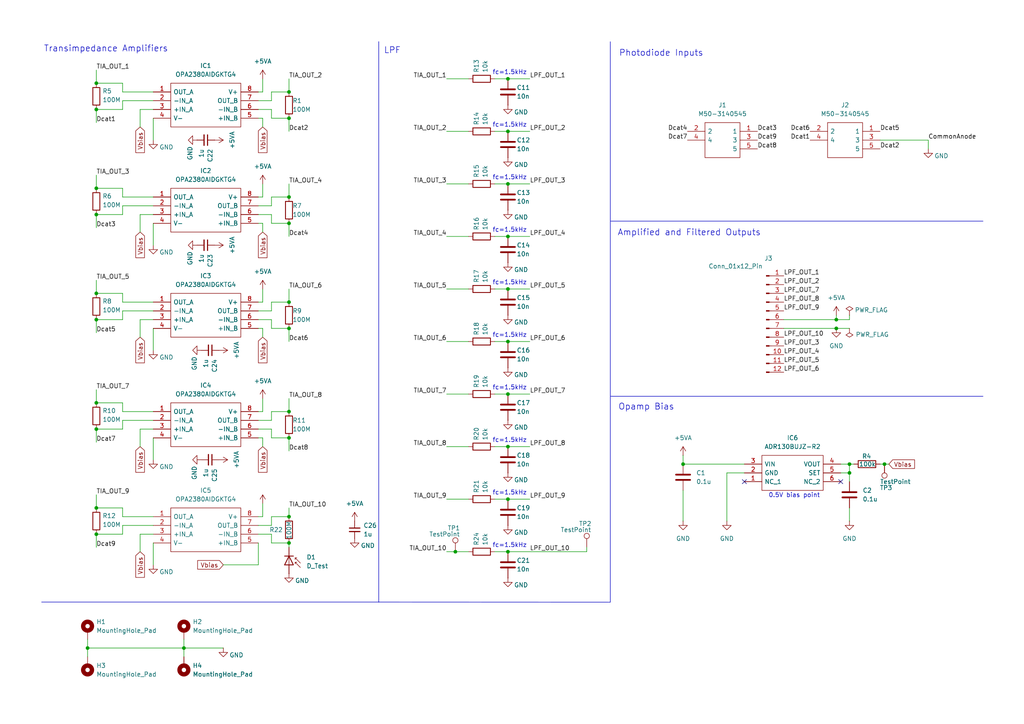
<source format=kicad_sch>
(kicad_sch (version 20231120) (generator "eeschema") (generator_version "8.0")
  (paper "A4")
  (lib_symbols
    (symbol "ADR130BUJZ-R2:ADR130BUJZ-R2" (pin_names (offset 0.762))
      (property "Reference" "IC" (at 24.13 7.62 0))
      (property "Value" "ADR130BUJZ-R2" (at 24.13 5.08 0))
      (symbol "ADR130BUJZ-R2_0_0"
        (pin passive line (at 0 0 0) (length 5.08) (name "NC_1") (number "1"))
        (pin passive line (at 0 -2.54 0) (length 5.08) (name "GND") (number "2"))
        (pin passive line (at 0 -5.08 0) (length 5.08) (name "VIN") (number "3"))
        (pin passive line (at 27.94 -5.08 180) (length 5.08) (name "VOUT") (number "4"))
        (pin passive line (at 27.94 -2.54 180) (length 5.08) (name "SET") (number "5"))
        (pin passive line (at 27.94 0 180) (length 5.08) (name "NC_2") (number "6"))
      )
    )
    (symbol "Connector:Conn_01x12_Pin" (pin_names (offset 1.016) hide)
      (property "Reference" "J" (at 0 15.24 0))
      (property "Value" "Conn_01x12_Pin" (at 0 -17.78 0))
      (symbol "Conn_01x12_Pin_1_1"
        (pin passive line (at 5.08 12.7 180) (length 3.81) (name "Pin_1") (number "1"))
        (pin passive line (at 5.08 -10.16 180) (length 3.81) (name "Pin_10") (number "10"))
        (pin passive line (at 5.08 -12.7 180) (length 3.81) (name "Pin_11") (number "11"))
        (pin passive line (at 5.08 -15.24 180) (length 3.81) (name "Pin_12") (number "12"))
        (pin passive line (at 5.08 10.16 180) (length 3.81) (name "Pin_2") (number "2"))
        (pin passive line (at 5.08 7.62 180) (length 3.81) (name "Pin_3") (number "3"))
        (pin passive line (at 5.08 5.08 180) (length 3.81) (name "Pin_4") (number "4"))
        (pin passive line (at 5.08 2.54 180) (length 3.81) (name "Pin_5") (number "5"))
        (pin passive line (at 5.08 0 180) (length 3.81) (name "Pin_6") (number "6"))
        (pin passive line (at 5.08 -2.54 180) (length 3.81) (name "Pin_7") (number "7"))
        (pin passive line (at 5.08 -5.08 180) (length 3.81) (name "Pin_8") (number "8"))
        (pin passive line (at 5.08 -7.62 180) (length 3.81) (name "Pin_9") (number "9"))
      )
    )
    (symbol "Connector:TestPoint" (pin_numbers hide) (pin_names (offset 0.762) hide)
      (property "Reference" "TP" (at 0 6.858 0))
      (property "Value" "TestPoint" (at 0 5.08 0))
      (symbol "TestPoint_1_1"
        (pin passive line (at 0 0 90) (length 2.54) (name "1") (number "1"))
      )
    )
    (symbol "Device:C" (pin_numbers hide) (pin_names (offset 0.254))
      (property "Reference" "C" (at 0.635 2.54 0))
      (property "Value" "C" (at 0.635 -2.54 0))
      (symbol "C_1_1"
        (pin passive line (at 0 3.81 270) (length 2.794) (name "~") (number "1"))
        (pin passive line (at 0 -3.81 90) (length 2.794) (name "~") (number "2"))
      )
    )
    (symbol "Device:C_Small" (pin_numbers hide) (pin_names (offset 0.254) hide)
      (property "Reference" "C" (at 0.254 1.778 0))
      (property "Value" "C_Small" (at 0.254 -2.032 0))
      (symbol "C_Small_1_1"
        (pin passive line (at 0 2.54 270) (length 2.032) (name "~") (number "1"))
        (pin passive line (at 0 -2.54 90) (length 2.032) (name "~") (number "2"))
      )
    )
    (symbol "Device:D_Photo" (pin_numbers hide) (pin_names hide)
      (property "Reference" "D" (at 0.508 1.778 0))
      (property "Value" "D_Photo" (at -1.016 -2.794 0))
      (symbol "D_Photo_1_1"
        (pin passive line (at -5.08 0 0) (length 2.54) (name "K") (number "1"))
        (pin passive line (at 2.54 0 180) (length 2.54) (name "A") (number "2"))
      )
    )
    (symbol "Device:R" (pin_numbers hide) (pin_names (offset 0))
      (property "Reference" "R" (at 2.032 0 90))
      (property "Value" "R" (at 0 0 90))
      (symbol "R_1_1"
        (pin passive line (at 0 3.81 270) (length 1.27) (name "~") (number "1"))
        (pin passive line (at 0 -3.81 90) (length 1.27) (name "~") (number "2"))
      )
    )
    (symbol "M50-3140545:M50-3140545" (pin_names (offset 0.762))
      (property "Reference" "J" (at 16.51 7.62 0))
      (property "Value" "M50-3140545" (at 16.51 5.08 0))
      (symbol "M50-3140545_0_0"
        (pin passive line (at 20.32 0 180) (length 5.08) (name "1") (number "1"))
        (pin passive line (at 0 0 0) (length 5.08) (name "2") (number "2"))
        (pin passive line (at 20.32 -2.54 180) (length 5.08) (name "3") (number "3"))
        (pin passive line (at 0 -2.54 0) (length 5.08) (name "4") (number "4"))
        (pin passive line (at 20.32 -5.08 180) (length 5.08) (name "5") (number "5"))
      )
    )
    (symbol "Mechanical:MountingHole_Pad" (pin_numbers hide) (pin_names (offset 1.016) hide) (exclude_from_sim yes) (in_bom no)
      (property "Reference" "H" (at 0 6.35 0))
      (property "Value" "MountingHole_Pad" (at 0 4.445 0))
      (symbol "MountingHole_Pad_1_1"
        (pin input line (at 0 -2.54 90) (length 2.54) (name "1") (number "1"))
      )
    )
    (symbol "OPA2380AIDGKTG4:OPA2380AIDGKTG4" (pin_names (offset 0.762))
      (property "Reference" "IC" (at 26.67 7.62 0))
      (property "Value" "OPA2380AIDGKTG4" (at 26.67 5.08 0))
      (symbol "OPA2380AIDGKTG4_0_0"
        (pin passive line (at 0 0 0) (length 5.08) (name "OUT_A") (number "1"))
        (pin passive line (at 0 -2.54 0) (length 5.08) (name "-IN_A") (number "2"))
        (pin passive line (at 0 -5.08 0) (length 5.08) (name "+IN_A") (number "3"))
        (pin passive line (at 0 -7.62 0) (length 5.08) (name "V-") (number "4"))
        (pin passive line (at 30.48 -7.62 180) (length 5.08) (name "+IN_B") (number "5"))
        (pin passive line (at 30.48 -5.08 180) (length 5.08) (name "-IN_B") (number "6"))
        (pin passive line (at 30.48 -2.54 180) (length 5.08) (name "OUT_B") (number "7"))
        (pin passive line (at 30.48 0 180) (length 5.08) (name "V+") (number "8"))
      )
    )
    (symbol "power:+5VA" (power) (pin_numbers hide) (pin_names (offset 0) hide)
      (property "Value" "+5VA" (at 0 3.556 0))
      (symbol "+5VA_1_1"
        (pin power_in line (at 0 0 90) (length 0) (name "~") (number "1"))
      )
    )
    (symbol "power:GND" (power) (pin_numbers hide) (pin_names (offset 0) hide)
      (property "Value" "GND" (at 0 -3.81 0))
      (symbol "GND_1_1"
        (pin power_in line (at 0 0 270) (length 0) (name "~") (number "1"))
      )
    )
    (symbol "power:PWR_FLAG" (power) (pin_numbers hide) (pin_names (offset 0) hide)
      (property "Value" "PWR_FLAG" (at 0 3.81 0))
      (symbol "PWR_FLAG_0_0"
        (pin power_out line (at 0 0 90) (length 0) (name "~") (number "1"))
      )
    )
  )
  (junction (at 53.34 187.96))
  (junction (at 83.82 57.15))
  (junction (at 198.12 134.62))
  (junction (at 27.94 24.13))
  (junction (at 83.82 119.38))
  (junction (at 27.94 147.32))
  (junction (at 27.94 54.61))
  (junction (at 25.4 187.96))
  (junction (at 27.94 31.75))
  (junction (at 147.32 38.1))
  (junction (at 83.82 127))
  (junction (at 242.57 95.25))
  (junction (at 147.32 83.82))
  (junction (at 27.94 116.84))
  (junction (at 147.32 99.06))
  (junction (at 83.82 149.86))
  (junction (at 27.94 85.09))
  (junction (at 147.32 144.78))
  (junction (at 83.82 64.77))
  (junction (at 246.38 134.62))
  (junction (at 147.32 160.02))
  (junction (at 147.32 22.86))
  (junction (at 27.94 124.46))
  (junction (at 83.82 157.48))
  (junction (at 27.94 154.94))
  (junction (at 83.82 95.25))
  (junction (at 147.32 114.3))
  (junction (at 147.32 53.34))
  (junction (at 27.94 92.71))
  (junction (at 147.32 68.58))
  (junction (at 147.32 129.54))
  (junction (at 256.54 134.62))
  (junction (at 132.08 160.02))
  (junction (at 242.57 92.71))
  (junction (at 83.82 87.63))
  (junction (at 246.38 137.16))
  (junction (at 83.82 26.67))
  (junction (at 83.82 34.29))
  (junction (at 27.94 62.23))
  (no_connect (at 215.9 139.7))
  (no_connect (at 243.84 139.7))
  (wire (pts (xy 78.74 34.29) (xy 83.82 34.29)))
  (wire (pts (xy 35.56 119.38) (xy 35.56 116.84)))
  (wire (pts (xy 76.2 57.15) (xy 74.93 57.15)))
  (wire (pts (xy 44.45 31.75) (xy 40.64 31.75)))
  (wire (pts (xy 129.54 38.1) (xy 135.89 38.1)))
  (wire (pts (xy 27.94 62.23) (xy 27.94 66.04)))
  (wire (pts (xy 44.45 92.71) (xy 40.64 92.71)))
  (wire (pts (xy 76.2 149.86) (xy 74.93 149.86)))
  (wire (pts (xy 83.82 157.48) (xy 83.82 158.75)))
  (wire (pts (xy 44.45 57.15) (xy 35.56 57.15)))
  (wire (pts (xy 44.45 119.38) (xy 35.56 119.38)))
  (wire (pts (xy 256.54 134.62) (xy 257.81 134.62)))
  (wire (pts (xy 64.77 187.96) (xy 53.34 187.96)))
  (polyline (pts (xy 177.011 12.0976) (xy 177.011 174.6576)))
  (polyline (pts (xy 177.165 64.135) (xy 285.115 64.135)))
  (wire (pts (xy 147.32 160.02) (xy 170.18 160.02)))
  (wire (pts (xy 53.34 187.96) (xy 25.4 187.96)))
  (wire (pts (xy 44.45 127) (xy 44.45 133.35)))
  (wire (pts (xy 83.82 22.86) (xy 83.82 26.67)))
  (polyline (pts (xy 109.855 12.065) (xy 109.855 174.625)))
  (wire (pts (xy 35.56 54.61) (xy 27.94 54.61)))
  (wire (pts (xy 74.93 90.17) (xy 78.74 90.17)))
  (wire (pts (xy 147.32 83.82) (xy 153.67 83.82)))
  (wire (pts (xy 53.34 187.96) (xy 53.34 190.5)))
  (wire (pts (xy 35.56 152.4) (xy 35.56 154.94)))
  (wire (pts (xy 44.45 152.4) (xy 35.56 152.4)))
  (wire (pts (xy 35.56 147.32) (xy 27.94 147.32)))
  (wire (pts (xy 35.56 90.17) (xy 35.56 92.71)))
  (wire (pts (xy 35.56 62.23) (xy 27.94 62.23)))
  (wire (pts (xy 147.32 22.86) (xy 153.67 22.86)))
  (wire (pts (xy 147.32 144.78) (xy 153.67 144.78)))
  (wire (pts (xy 76.2 97.79) (xy 76.2 95.25)))
  (wire (pts (xy 40.64 62.23) (xy 40.64 67.31)))
  (wire (pts (xy 129.54 22.86) (xy 135.89 22.86)))
  (wire (pts (xy 143.51 83.82) (xy 147.32 83.82)))
  (wire (pts (xy 76.2 53.34) (xy 76.2 57.15)))
  (wire (pts (xy 170.18 158.75) (xy 170.18 160.02)))
  (wire (pts (xy 74.93 59.69) (xy 78.74 59.69)))
  (wire (pts (xy 76.2 67.31) (xy 76.2 64.77)))
  (wire (pts (xy 143.51 144.78) (xy 147.32 144.78)))
  (wire (pts (xy 27.94 20.32) (xy 27.94 24.13)))
  (wire (pts (xy 78.74 121.92) (xy 78.74 119.38)))
  (wire (pts (xy 35.56 24.13) (xy 27.94 24.13)))
  (wire (pts (xy 64.77 163.83) (xy 74.93 163.83)))
  (wire (pts (xy 129.54 114.3) (xy 135.89 114.3)))
  (wire (pts (xy 44.45 87.63) (xy 35.56 87.63)))
  (wire (pts (xy 35.56 116.84) (xy 27.94 116.84)))
  (wire (pts (xy 78.74 119.38) (xy 83.82 119.38)))
  (wire (pts (xy 27.94 31.75) (xy 27.94 35.56)))
  (wire (pts (xy 198.12 142.24) (xy 198.12 151.13)))
  (wire (pts (xy 255.27 40.64) (xy 269.24 40.64)))
  (wire (pts (xy 27.94 92.71) (xy 27.94 96.52)))
  (wire (pts (xy 35.56 85.09) (xy 27.94 85.09)))
  (wire (pts (xy 35.56 124.46) (xy 27.94 124.46)))
  (wire (pts (xy 78.74 57.15) (xy 83.82 57.15)))
  (wire (pts (xy 147.32 129.54) (xy 153.67 129.54)))
  (wire (pts (xy 129.54 99.06) (xy 135.89 99.06)))
  (wire (pts (xy 44.45 26.67) (xy 35.56 26.67)))
  (wire (pts (xy 76.2 87.63) (xy 74.93 87.63)))
  (wire (pts (xy 215.9 137.16) (xy 210.82 137.16)))
  (wire (pts (xy 246.38 137.16) (xy 246.38 139.7)))
  (wire (pts (xy 35.56 26.67) (xy 35.56 24.13)))
  (wire (pts (xy 147.32 114.3) (xy 153.67 114.3)))
  (wire (pts (xy 246.38 147.32) (xy 246.38 151.13)))
  (wire (pts (xy 83.82 147.32) (xy 83.82 149.86)))
  (wire (pts (xy 198.12 134.62) (xy 215.9 134.62)))
  (wire (pts (xy 243.84 134.62) (xy 246.38 134.62)))
  (wire (pts (xy 35.56 154.94) (xy 27.94 154.94)))
  (wire (pts (xy 147.32 68.58) (xy 153.67 68.58)))
  (wire (pts (xy 227.33 95.25) (xy 242.57 95.25)))
  (wire (pts (xy 27.94 81.28) (xy 27.94 85.09)))
  (wire (pts (xy 35.56 149.86) (xy 35.56 147.32)))
  (wire (pts (xy 76.2 115.57) (xy 76.2 119.38)))
  (wire (pts (xy 147.32 38.1) (xy 153.67 38.1)))
  (polyline (pts (xy 177.165 114.935) (xy 285.115 114.935)))
  (wire (pts (xy 83.82 95.25) (xy 83.82 99.06)))
  (wire (pts (xy 227.33 92.71) (xy 242.57 92.71)))
  (wire (pts (xy 74.93 124.46) (xy 78.74 124.46)))
  (wire (pts (xy 44.45 34.29) (xy 44.45 40.64)))
  (polyline (pts (xy 109.855 174.625) (xy 177.011 174.6576)))
  (wire (pts (xy 74.93 121.92) (xy 78.74 121.92)))
  (wire (pts (xy 78.74 124.46) (xy 78.74 127)))
  (wire (pts (xy 78.74 29.21) (xy 78.74 26.67)))
  (wire (pts (xy 143.51 160.02) (xy 147.32 160.02)))
  (wire (pts (xy 40.64 154.94) (xy 40.64 160.02)))
  (wire (pts (xy 78.74 154.94) (xy 78.74 157.48)))
  (wire (pts (xy 83.82 34.29) (xy 83.82 38.1)))
  (wire (pts (xy 143.51 114.3) (xy 147.32 114.3)))
  (wire (pts (xy 242.57 95.25) (xy 246.38 95.25)))
  (wire (pts (xy 78.74 26.67) (xy 83.82 26.67)))
  (wire (pts (xy 35.56 31.75) (xy 27.94 31.75)))
  (wire (pts (xy 44.45 90.17) (xy 35.56 90.17)))
  (wire (pts (xy 44.45 154.94) (xy 40.64 154.94)))
  (wire (pts (xy 143.51 38.1) (xy 147.32 38.1)))
  (wire (pts (xy 243.84 137.16) (xy 246.38 137.16)))
  (wire (pts (xy 246.38 134.62) (xy 247.65 134.62)))
  (wire (pts (xy 83.82 127) (xy 83.82 130.81)))
  (wire (pts (xy 44.45 62.23) (xy 40.64 62.23)))
  (wire (pts (xy 44.45 95.25) (xy 44.45 101.6)))
  (wire (pts (xy 74.93 152.4) (xy 78.74 152.4)))
  (wire (pts (xy 74.93 95.25) (xy 76.2 95.25)))
  (wire (pts (xy 147.32 53.34) (xy 153.67 53.34)))
  (wire (pts (xy 78.74 62.23) (xy 78.74 64.77)))
  (wire (pts (xy 143.51 53.34) (xy 147.32 53.34)))
  (wire (pts (xy 74.93 154.94) (xy 78.74 154.94)))
  (wire (pts (xy 147.32 99.06) (xy 153.67 99.06)))
  (wire (pts (xy 210.82 137.16) (xy 210.82 151.13)))
  (wire (pts (xy 246.38 91.44) (xy 246.38 92.71)))
  (wire (pts (xy 78.74 64.77) (xy 83.82 64.77)))
  (wire (pts (xy 27.94 124.46) (xy 27.94 128.27)))
  (wire (pts (xy 44.45 149.86) (xy 35.56 149.86)))
  (wire (pts (xy 74.93 157.48) (xy 74.93 163.83)))
  (wire (pts (xy 76.2 36.83) (xy 76.2 34.29)))
  (wire (pts (xy 35.56 29.21) (xy 35.56 31.75)))
  (wire (pts (xy 78.74 31.75) (xy 78.74 34.29)))
  (wire (pts (xy 83.82 53.34) (xy 83.82 57.15)))
  (wire (pts (xy 25.4 187.96) (xy 25.4 190.5)))
  (wire (pts (xy 27.94 113.03) (xy 27.94 116.84)))
  (wire (pts (xy 27.94 143.51) (xy 27.94 147.32)))
  (wire (pts (xy 40.64 31.75) (xy 40.64 36.83)))
  (wire (pts (xy 242.57 92.71) (xy 242.57 91.44)))
  (wire (pts (xy 78.74 90.17) (xy 78.74 87.63)))
  (wire (pts (xy 83.82 64.77) (xy 83.82 68.58)))
  (wire (pts (xy 129.54 68.58) (xy 135.89 68.58)))
  (wire (pts (xy 143.51 68.58) (xy 147.32 68.58)))
  (wire (pts (xy 76.2 83.82) (xy 76.2 87.63)))
  (wire (pts (xy 255.27 134.62) (xy 256.54 134.62)))
  (wire (pts (xy 76.2 129.54) (xy 76.2 127)))
  (wire (pts (xy 143.51 129.54) (xy 147.32 129.54)))
  (wire (pts (xy 269.24 40.64) (xy 269.24 43.18)))
  (wire (pts (xy 76.2 26.67) (xy 74.93 26.67)))
  (wire (pts (xy 132.08 160.02) (xy 135.89 160.02)))
  (wire (pts (xy 40.64 124.46) (xy 40.64 129.54)))
  (wire (pts (xy 76.2 146.05) (xy 76.2 149.86)))
  (wire (pts (xy 78.74 87.63) (xy 83.82 87.63)))
  (wire (pts (xy 44.45 124.46) (xy 40.64 124.46)))
  (wire (pts (xy 74.93 127) (xy 76.2 127)))
  (wire (pts (xy 78.74 152.4) (xy 78.74 149.86)))
  (wire (pts (xy 143.51 22.86) (xy 147.32 22.86)))
  (wire (pts (xy 35.56 121.92) (xy 35.56 124.46)))
  (wire (pts (xy 78.74 95.25) (xy 83.82 95.25)))
  (wire (pts (xy 246.38 137.16) (xy 246.38 134.62)))
  (wire (pts (xy 78.74 127) (xy 83.82 127)))
  (wire (pts (xy 129.54 144.78) (xy 135.89 144.78)))
  (wire (pts (xy 27.94 50.8) (xy 27.94 54.61)))
  (wire (pts (xy 40.64 92.71) (xy 40.64 97.79)))
  (wire (pts (xy 198.12 132.08) (xy 198.12 134.62)))
  (wire (pts (xy 76.2 119.38) (xy 74.93 119.38)))
  (wire (pts (xy 74.93 62.23) (xy 78.74 62.23)))
  (wire (pts (xy 78.74 59.69) (xy 78.74 57.15)))
  (wire (pts (xy 129.54 129.54) (xy 135.89 129.54)))
  (wire (pts (xy 83.82 115.57) (xy 83.82 119.38)))
  (wire (pts (xy 76.2 22.86) (xy 76.2 26.67)))
  (wire (pts (xy 44.45 157.48) (xy 44.45 163.83)))
  (wire (pts (xy 35.56 57.15) (xy 35.56 54.61)))
  (wire (pts (xy 74.93 31.75) (xy 78.74 31.75)))
  (wire (pts (xy 74.93 92.71) (xy 78.74 92.71)))
  (wire (pts (xy 25.4 187.96) (xy 25.4 185.42)))
  (wire (pts (xy 143.51 99.06) (xy 147.32 99.06)))
  (wire (pts (xy 129.54 53.34) (xy 135.89 53.34)))
  (wire (pts (xy 44.45 64.77) (xy 44.45 71.12)))
  (wire (pts (xy 35.56 87.63) (xy 35.56 85.09)))
  (wire (pts (xy 129.54 160.02) (xy 132.08 160.02)))
  (wire (pts (xy 74.93 64.77) (xy 76.2 64.77)))
  (wire (pts (xy 44.45 121.92) (xy 35.56 121.92)))
  (wire (pts (xy 242.57 92.71) (xy 246.38 92.71)))
  (wire (pts (xy 35.56 59.69) (xy 35.56 62.23)))
  (wire (pts (xy 83.82 83.82) (xy 83.82 87.63)))
  (wire (pts (xy 44.45 29.21) (xy 35.56 29.21)))
  (wire (pts (xy 35.56 92.71) (xy 27.94 92.71)))
  (wire (pts (xy 74.93 34.29) (xy 76.2 34.29)))
  (wire (pts (xy 78.74 92.71) (xy 78.74 95.25)))
  (wire (pts (xy 44.45 59.69) (xy 35.56 59.69)))
  (wire (pts (xy 74.93 29.21) (xy 78.74 29.21)))
  (wire (pts (xy 53.34 185.42) (xy 53.34 187.96)))
  (wire (pts (xy 27.94 154.94) (xy 27.94 158.75)))
  (wire (pts (xy 78.74 149.86) (xy 83.82 149.86)))
  (wire (pts (xy 78.74 157.48) (xy 83.82 157.48)))
  (polyline (pts (xy 12.065 174.625) (xy 109.855 174.625)))
  (wire (pts (xy 129.54 83.82) (xy 135.89 83.82)))
  (text "LPF" (at 113.792 14.732 0) (effects (font (size 1.778 1.778))))
  (text "fc=1.5kHz" (at 147.828 112.522 0) (effects (font (size 1.27 1.27))))
  (text "fc=1.5kHz" (at 147.828 21.082 0) (effects (font (size 1.27 1.27))))
  (text "Amplified and Filtered Outputs" (at 199.898 67.564 0) (effects (font (size 1.778 1.778))))
  (text "fc=1.5kHz" (at 147.828 36.322 0) (effects (font (size 1.27 1.27))))
  (text "fc=1.5kHz" (at 147.828 82.042 0) (effects (font (size 1.27 1.27))))
  (text "fc=1.5kHz" (at 147.828 51.562 0) (effects (font (size 1.27 1.27))))
  (text "Transimpedance Amplifiers" (at 30.734 14.224 0) (effects (font (size 1.778 1.778))))
  (text "fc=1.5kHz" (at 147.828 66.802 0) (effects (font (size 1.27 1.27))))
  (text "fc=1.5kHz" (at 147.828 127.762 0) (effects (font (size 1.27 1.27))))
  (text "0.5V bias point" (at 230.378 143.764 0) (effects (font (size 1.27 1.27))))
  (text "Photodiode Inputs" (at 191.77 15.494 0) (effects (font (size 1.778 1.778))))
  (text "fc=1.5kHz" (at 147.828 143.002 0) (effects (font (size 1.27 1.27))))
  (text "fc=1.5kHz" (at 147.828 158.242 0) (effects (font (size 1.27 1.27))))
  (text "Opamp Bias" (at 187.452 118.11 0) (effects (font (size 1.778 1.778))))
  (text "fc=1.5kHz" (at 147.828 97.282 0) (effects (font (size 1.27 1.27))))
  (label "TIA_OUT_6" (at 129.54 99.06 180))
  (label "Dcat9" (at 219.71 40.64 0))
  (label "LPF_OUT_9" (at 227.33 90.17 0))
  (label "TIA_OUT_8" (at 83.82 115.57 0))
  (label "TIA_OUT_3" (at 129.54 53.34 180))
  (label "LPF_OUT_8" (at 153.67 129.54 0))
  (label "TIA_OUT_4" (at 129.54 68.58 180))
  (label "LPF_OUT_5" (at 153.67 83.82 0))
  (label "LPF_OUT_6" (at 153.67 99.06 0))
  (label "TIA_OUT_9" (at 129.54 144.78 180))
  (label "Dcat2" (at 255.27 43.18 0))
  (label "Dcat1" (at 27.94 35.56 0))
  (label "TIA_OUT_6" (at 83.82 83.82 0))
  (label "Dcat7" (at 27.94 128.27 0))
  (label "Dcat3" (at 27.94 66.04 0))
  (label "Dcat5" (at 255.27 38.1 0))
  (label "LPF_OUT_3" (at 227.33 100.33 0))
  (label "TIA_OUT_5" (at 27.94 81.28 0))
  (label "Dcat6" (at 234.95 38.1 180))
  (label "Dcat6" (at 83.82 99.06 0))
  (label "TIA_OUT_5" (at 129.54 83.82 180))
  (label "Dcat3" (at 219.71 38.1 0))
  (label "TIA_OUT_1" (at 129.54 22.86 180))
  (label "Dcat9" (at 27.94 158.75 0))
  (label "TIA_OUT_8" (at 129.54 129.54 180))
  (label "LPF_OUT_4" (at 153.67 68.58 0))
  (label "Dcat8" (at 83.82 130.81 0))
  (label "TIA_OUT_4" (at 83.82 53.34 0))
  (label "Dcat4" (at 83.82 68.58 0))
  (label "LPF_OUT_1" (at 153.67 22.86 0))
  (label "Dcat5" (at 27.94 96.52 0))
  (label "TIA_OUT_9" (at 27.94 143.51 0))
  (label "LPF_OUT_10" (at 227.33 97.79 0))
  (label "LPF_OUT_3" (at 153.67 53.34 0))
  (label "Dcat1" (at 234.95 40.64 180))
  (label "Dcat7" (at 199.39 40.64 180))
  (label "LPF_OUT_2" (at 227.33 82.55 0))
  (label "Dcat8" (at 219.71 43.18 0))
  (label "LPF_OUT_8" (at 227.33 87.63 0))
  (label "LPF_OUT_6" (at 227.33 107.95 0))
  (label "LPF_OUT_9" (at 153.67 144.78 0))
  (label "LPF_OUT_10" (at 153.67 160.02 0))
  (label "TIA_OUT_3" (at 27.94 50.8 0))
  (label "LPF_OUT_7" (at 153.67 114.3 0))
  (label "LPF_OUT_1" (at 227.33 80.01 0))
  (label "LPF_OUT_4" (at 227.33 102.87 0))
  (label "TIA_OUT_1" (at 27.94 20.32 0))
  (label "TIA_OUT_10" (at 83.82 147.32 0))
  (label "Dcat4" (at 199.39 38.1 180))
  (label "TIA_OUT_7" (at 129.54 114.3 180))
  (label "TIA_OUT_7" (at 27.94 113.03 0))
  (label "LPF_OUT_7" (at 227.33 85.09 0))
  (label "CommonAnode" (at 269.24 40.64 0))
  (label "TIA_OUT_2" (at 83.82 22.86 0))
  (label "TIA_OUT_10" (at 129.54 160.02 180))
  (label "TIA_OUT_2" (at 129.54 38.1 180))
  (label "LPF_OUT_5" (at 227.33 105.41 0))
  (label "Dcat2" (at 83.82 38.1 0))
  (label "LPF_OUT_2" (at 153.67 38.1 0))
  (global_label "Vbias" (shape input) (at 40.64 67.31 270) (property "Intersheetrefs" "${INTERSHEET_REFS}" (effects (hide yes))))
  (global_label "Vbias" (shape input) (at 257.81 134.62 0) (property "Intersheetrefs" "${INTERSHEET_REFS}" (effects (hide yes))))
  (global_label "Vbias" (shape input) (at 76.2 129.54 270) (property "Intersheetrefs" "${INTERSHEET_REFS}" (effects (hide yes))))
  (global_label "Vbias" (shape input) (at 40.64 129.54 270) (property "Intersheetrefs" "${INTERSHEET_REFS}" (effects (hide yes))))
  (global_label "Vbias" (shape input) (at 76.2 36.83 270) (property "Intersheetrefs" "${INTERSHEET_REFS}" (effects (hide yes))))
  (global_label "Vbias" (shape input) (at 64.77 163.83 180) (property "Intersheetrefs" "${INTERSHEET_REFS}" (effects (hide yes))))
  (global_label "Vbias" (shape input) (at 40.64 36.83 270) (property "Intersheetrefs" "${INTERSHEET_REFS}" (effects (hide yes))))
  (global_label "Vbias" (shape input) (at 40.64 97.79 270) (property "Intersheetrefs" "${INTERSHEET_REFS}" (effects (hide yes))))
  (global_label "Vbias" (shape input) (at 76.2 67.31 270) (property "Intersheetrefs" "${INTERSHEET_REFS}" (effects (hide yes))))
  (global_label "Vbias" (shape input) (at 76.2 97.79 270) (property "Intersheetrefs" "${INTERSHEET_REFS}" (effects (hide yes))))
  (global_label "Vbias" (shape input) (at 40.64 160.02 270) (property "Intersheetrefs" "${INTERSHEET_REFS}" (effects (hide yes))))
  (symbol (lib_id "Device:R") (at 139.7 83.82 90) (unit 1)
    (property "Reference" "R17" (at 138.176 82.042 0) (effects (justify left)))
    (property "Value" "10k" (at 140.716 82.042 0) (effects (justify left)))
    (property "Footprint" "Resistor_SMD:R_0603_1608Metric" (effects (hide yes)))
    (property "Description" "Resistor" (effects (hide yes)))
  )
  (symbol (lib_id "Device:R") (at 139.7 53.34 90) (unit 1)
    (property "Reference" "R15" (at 138.176 51.562 0) (effects (justify left)))
    (property "Value" "10k" (at 140.716 51.562 0) (effects (justify left)))
    (property "Footprint" "Resistor_SMD:R_0603_1608Metric" (effects (hide yes)))
    (property "Description" "Resistor" (effects (hide yes)))
  )
  (symbol (lib_id "Device:C") (at 147.32 148.59 0) (unit 1)
    (property "Reference" "C19" (at 149.86 147.32 0) (effects (justify left)))
    (property "Value" "10n" (at 149.86 149.86 0) (effects (justify left)))
    (property "Footprint" "Capacitor_SMD:C_0603_1608Metric" (effects (hide yes)))
    (property "Description" "Unpolarized capacitor" (effects (hide yes)))
  )
  (symbol (lib_id "power:+5VA") (at 198.12 132.08 0) (unit 1)
    (property "Reference" "#PWR02" (effects (hide yes)))
    (property "Value" "+5VA" (at 198.12 127 0))
    (property "Description" "Power symbol creates a global label with name \"+5VA\"" (effects (hide yes)))
  )
  (symbol (lib_id "power:+5VA") (at 63.5 101.6 270) (unit 1)
    (property "Reference" "#PWR033" (effects (hide yes)))
    (property "Value" "+5VA" (at 68.58 101.6 0))
    (property "Description" "Power symbol creates a global label with name \"+5VA\"" (effects (hide yes)))
  )
  (symbol (lib_id "Device:C_Small") (at 59.69 71.12 270) (unit 1)
    (property "Reference" "C23" (at 60.9538 73.66 0) (effects (justify left)))
    (property "Value" "1u" (at 58.4138 73.66 0) (effects (justify left)))
    (property "Footprint" "Capacitor_SMD:C_0603_1608Metric" (effects (hide yes)))
    (property "Description" "Unpolarized capacitor, small symbol" (effects (hide yes)))
  )
  (symbol (lib_id "Connector:TestPoint") (at 170.18 158.75 0) (unit 1)
    (property "Reference" "TP2" (at 167.894 151.892 0) (effects (justify left)))
    (property "Value" "TestPoint" (at 162.56 153.67 0) (effects (justify left)))
    (property "Footprint" "TestPoint:TestPoint_Pad_D1.0mm" (effects (hide yes)))
    (property "Description" "test point" (effects (hide yes)))
  )
  (symbol (lib_id "power:+5VA") (at 76.2 53.34 0) (unit 1)
    (property "Reference" "#PWR07" (effects (hide yes)))
    (property "Value" "+5VA" (at 76.2 48.26 0))
    (property "Description" "Power symbol creates a global label with name \"+5VA\"" (effects (hide yes)))
  )
  (symbol (lib_id "OPA2380AIDGKTG4:OPA2380AIDGKTG4") (at 44.45 119.38 0) (unit 1)
    (property "Reference" "IC4" (at 59.69 111.76 0))
    (property "Value" "OPA2380AIDGKTG4" (at 59.69 114.3 0))
    (property "Footprint" "lib_fp:SOP65P490X110-8N" (effects (hide yes)))
    (property "Datasheet" "http://www.ti.com/general/docs/lit/getliterature.tsp?genericPartNumber=OPA2380&amp;&amp;fileType=pdf" (effects (hide yes)))
    (property "Description" "TEXAS INSTRUMENTS - OPA2380AIDGKTG4 - IC, TRANSIMPEDANCE AMP, 90MHZ, MSOP-8, FULL REEL" (effects (hide yes)))
    (property "Height" "1.1" (effects (hide yes)))
    (property "Manufacturer_Name" "Texas Instruments" (effects (hide yes)))
    (property "Manufacturer_Part_Number" "OPA2380AIDGKTG4" (effects (hide yes)))
    (property "Mouser Part Number" "595-OPA2380AIDGKTG4" (effects (hide yes)))
    (property "Mouser Price/Stock" "https://www.mouser.co.uk/ProductDetail/Texas-Instruments/OPA2380AIDGKTG4?qs=7nS3%252BbEUL6tW2v0dCYfjNw%3D%3D" (effects (hide yes)))
    (property "Arrow Part Number" "OPA2380AIDGKTG4" (effects (hide yes)))
    (property "Arrow Price/Stock" "https://www.arrow.com/en/products/opa2380aidgktg4/texas-instruments" (effects (hide yes)))
  )
  (symbol (lib_id "power:GND") (at 147.32 121.92 0) (unit 1)
    (property "Reference" "#PWR020" (effects (hide yes)))
    (property "Value" "GND" (at 151.13 123.952 0))
    (property "Description" "Power symbol creates a global label with name \"GND\" , ground" (effects (hide yes)))
  )
  (symbol (lib_id "Device:R") (at 27.94 120.65 0) (unit 1)
    (property "Reference" "R10" (at 29.718 119.126 0) (effects (justify left)))
    (property "Value" "100M" (at 29.718 121.666 0) (effects (justify left)))
    (property "Footprint" "lib_fp:RESC3216X69N" (effects (hide yes)))
    (property "Description" "Resistor" (effects (hide yes)))
  )
  (symbol (lib_id "Device:C") (at 147.32 102.87 0) (unit 1)
    (property "Reference" "C16" (at 149.86 101.6 0) (effects (justify left)))
    (property "Value" "10n" (at 149.86 104.14 0) (effects (justify left)))
    (property "Footprint" "Capacitor_SMD:C_0603_1608Metric" (effects (hide yes)))
    (property "Description" "Unpolarized capacitor" (effects (hide yes)))
  )
  (symbol (lib_id "Mechanical:MountingHole_Pad") (at 53.34 182.88 0) (unit 1) (exclude_from_sim yes) (in_bom no)
    (property "Reference" "H2" (at 55.88 180.3399 0) (effects (justify left)))
    (property "Value" "MountingHole_Pad" (at 55.88 182.8799 0) (effects (justify left)))
    (property "Footprint" "MountingHole:MountingHole_3.2mm_M3_DIN965_Pad" (effects (hide yes)))
    (property "Description" "Mounting Hole with connection" (effects (hide yes)))
  )
  (symbol (lib_id "power:GND") (at 147.32 30.48 0) (unit 1)
    (property "Reference" "#PWR014" (effects (hide yes)))
    (property "Value" "GND" (at 151.13 32.512 0))
    (property "Description" "Power symbol creates a global label with name \"GND\" , ground" (effects (hide yes)))
  )
  (symbol (lib_id "Device:R") (at 139.7 114.3 90) (unit 1)
    (property "Reference" "R19" (at 138.176 112.522 0) (effects (justify left)))
    (property "Value" "10k" (at 140.716 112.522 0) (effects (justify left)))
    (property "Footprint" "Resistor_SMD:R_0603_1608Metric" (effects (hide yes)))
    (property "Description" "Resistor" (effects (hide yes)))
  )
  (symbol (lib_id "Device:R") (at 27.94 151.13 0) (unit 1)
    (property "Reference" "R12" (at 29.718 149.606 0) (effects (justify left)))
    (property "Value" "100M" (at 29.718 152.146 0) (effects (justify left)))
    (property "Footprint" "lib_fp:RESC3216X69N" (effects (hide yes)))
    (property "Description" "Resistor" (effects (hide yes)))
  )
  (symbol (lib_id "power:GND") (at 57.15 40.64 270) (unit 1)
    (property "Reference" "#PWR029" (effects (hide yes)))
    (property "Value" "GND" (at 55.118 44.45 0))
    (property "Description" "Power symbol creates a global label with name \"GND\" , ground" (effects (hide yes)))
  )
  (symbol (lib_id "Device:C") (at 147.32 41.91 0) (unit 1)
    (property "Reference" "C12" (at 149.86 40.64 0) (effects (justify left)))
    (property "Value" "10n" (at 149.86 43.18 0) (effects (justify left)))
    (property "Footprint" "Capacitor_SMD:C_0603_1608Metric" (effects (hide yes)))
    (property "Description" "Unpolarized capacitor" (effects (hide yes)))
  )
  (symbol (lib_id "Device:C_Small") (at 60.96 101.6 270) (unit 1)
    (property "Reference" "C24" (at 62.2238 104.14 0) (effects (justify left)))
    (property "Value" "1u" (at 59.6838 104.14 0) (effects (justify left)))
    (property "Footprint" "Capacitor_SMD:C_0603_1608Metric" (effects (hide yes)))
    (property "Description" "Unpolarized capacitor, small symbol" (effects (hide yes)))
  )
  (symbol (lib_id "Device:C") (at 246.38 143.51 0) (unit 1)
    (property "Reference" "C2" (at 250.19 142.2399 0) (effects (justify left)))
    (property "Value" "0.1u" (at 250.19 144.7799 0) (effects (justify left)))
    (property "Footprint" "Capacitor_SMD:C_0603_1608Metric" (effects (hide yes)))
    (property "Description" "Unpolarized capacitor" (effects (hide yes)))
  )
  (symbol (lib_id "Device:C") (at 147.32 72.39 0) (unit 1)
    (property "Reference" "C14" (at 149.86 71.12 0) (effects (justify left)))
    (property "Value" "10n" (at 149.86 73.66 0) (effects (justify left)))
    (property "Footprint" "Capacitor_SMD:C_0603_1608Metric" (effects (hide yes)))
    (property "Description" "Unpolarized capacitor" (effects (hide yes)))
  )
  (symbol (lib_id "power:GND") (at 269.24 43.18 0) (unit 1)
    (property "Reference" "#PWR027" (effects (hide yes)))
    (property "Value" "GND" (at 273.05 45.212 0))
    (property "Description" "Power symbol creates a global label with name \"GND\" , ground" (effects (hide yes)))
  )
  (symbol (lib_id "power:GND") (at 147.32 152.4 0) (unit 1)
    (property "Reference" "#PWR022" (effects (hide yes)))
    (property "Value" "GND" (at 151.13 154.432 0))
    (property "Description" "Power symbol creates a global label with name \"GND\" , ground" (effects (hide yes)))
  )
  (symbol (lib_id "Device:R") (at 27.94 88.9 0) (unit 1)
    (property "Reference" "R8" (at 29.718 87.376 0) (effects (justify left)))
    (property "Value" "100M" (at 29.718 89.916 0) (effects (justify left)))
    (property "Footprint" "lib_fp:RESC3216X69N" (effects (hide yes)))
    (property "Description" "Resistor" (effects (hide yes)))
  )
  (symbol (lib_id "M50-3140545:M50-3140545") (at 199.39 38.1 0) (unit 1)
    (property "Reference" "J1" (at 209.55 30.48 0))
    (property "Value" "M50-3140545" (at 209.55 33.02 0))
    (property "Footprint" "lib_fp:M503140545" (effects (hide yes)))
    (property "Datasheet" "https://cdn.harwin.com/pdfs/M50-314.pdf" (effects (hide yes)))
    (property "Description" "Headers & Wire Housings 5 WAY SIL VERT SMT SKT" (effects (hide yes)))
    (property "Height" "3.85" (effects (hide yes)))
    (property "Manufacturer_Name" "Harwin" (effects (hide yes)))
    (property "Manufacturer_Part_Number" "M50-3140545" (effects (hide yes)))
    (property "Mouser Part Number" "855-M50-3140545" (effects (hide yes)))
    (property "Mouser Price/Stock" "https://www.mouser.co.uk/ProductDetail/Harwin/M50-3140545?qs=%252BdQmOuGyFcFuucSHxtzcCQ%3D%3D" (effects (hide yes)))
  )
  (symbol (lib_id "Device:C_Small") (at 60.96 133.35 270) (unit 1)
    (property "Reference" "C25" (at 62.2238 135.89 0) (effects (justify left)))
    (property "Value" "1u" (at 59.6838 135.89 0) (effects (justify left)))
    (property "Footprint" "Capacitor_SMD:C_0603_1608Metric" (effects (hide yes)))
    (property "Description" "Unpolarized capacitor, small symbol" (effects (hide yes)))
  )
  (symbol (lib_id "Device:R") (at 139.7 160.02 90) (unit 1)
    (property "Reference" "R24" (at 138.176 158.242 0) (effects (justify left)))
    (property "Value" "10k" (at 140.716 158.242 0) (effects (justify left)))
    (property "Footprint" "Resistor_SMD:R_0603_1608Metric" (effects (hide yes)))
    (property "Description" "Resistor" (effects (hide yes)))
  )
  (symbol (lib_id "power:GND") (at 58.42 101.6 270) (unit 1)
    (property "Reference" "#PWR032" (effects (hide yes)))
    (property "Value" "GND" (at 56.388 105.41 0))
    (property "Description" "Power symbol creates a global label with name \"GND\" , ground" (effects (hide yes)))
  )
  (symbol (lib_id "Device:C") (at 147.32 26.67 0) (unit 1)
    (property "Reference" "C11" (at 149.86 25.4 0) (effects (justify left)))
    (property "Value" "10n" (at 149.86 27.94 0) (effects (justify left)))
    (property "Footprint" "Capacitor_SMD:C_0603_1608Metric" (effects (hide yes)))
    (property "Description" "Unpolarized capacitor" (effects (hide yes)))
  )
  (symbol (lib_id "Device:R") (at 27.94 58.42 0) (unit 1)
    (property "Reference" "R6" (at 29.718 56.896 0) (effects (justify left)))
    (property "Value" "100M" (at 29.718 59.436 0) (effects (justify left)))
    (property "Footprint" "lib_fp:RESC3216X69N" (effects (hide yes)))
    (property "Description" "Resistor" (effects (hide yes)))
  )
  (symbol (lib_id "Device:C") (at 147.32 133.35 0) (unit 1)
    (property "Reference" "C18" (at 149.86 132.08 0) (effects (justify left)))
    (property "Value" "10n" (at 149.86 134.62 0) (effects (justify left)))
    (property "Footprint" "Capacitor_SMD:C_0603_1608Metric" (effects (hide yes)))
    (property "Description" "Unpolarized capacitor" (effects (hide yes)))
  )
  (symbol (lib_id "Device:R") (at 139.7 144.78 90) (unit 1)
    (property "Reference" "R21" (at 138.176 143.002 0) (effects (justify left)))
    (property "Value" "10k" (at 140.716 143.002 0) (effects (justify left)))
    (property "Footprint" "Resistor_SMD:R_0603_1608Metric" (effects (hide yes)))
    (property "Description" "Resistor" (effects (hide yes)))
  )
  (symbol (lib_id "OPA2380AIDGKTG4:OPA2380AIDGKTG4") (at 44.45 149.86 0) (unit 1)
    (property "Reference" "IC5" (at 59.69 142.24 0))
    (property "Value" "OPA2380AIDGKTG4" (at 59.69 144.78 0))
    (property "Footprint" "lib_fp:SOP65P490X110-8N" (effects (hide yes)))
    (property "Datasheet" "http://www.ti.com/general/docs/lit/getliterature.tsp?genericPartNumber=OPA2380&amp;&amp;fileType=pdf" (effects (hide yes)))
    (property "Description" "TEXAS INSTRUMENTS - OPA2380AIDGKTG4 - IC, TRANSIMPEDANCE AMP, 90MHZ, MSOP-8, FULL REEL" (effects (hide yes)))
    (property "Height" "1.1" (effects (hide yes)))
    (property "Manufacturer_Name" "Texas Instruments" (effects (hide yes)))
    (property "Manufacturer_Part_Number" "OPA2380AIDGKTG4" (effects (hide yes)))
    (property "Mouser Part Number" "595-OPA2380AIDGKTG4" (effects (hide yes)))
    (property "Mouser Price/Stock" "https://www.mouser.co.uk/ProductDetail/Texas-Instruments/OPA2380AIDGKTG4?qs=7nS3%252BbEUL6tW2v0dCYfjNw%3D%3D" (effects (hide yes)))
    (property "Arrow Part Number" "OPA2380AIDGKTG4" (effects (hide yes)))
    (property "Arrow Price/Stock" "https://www.arrow.com/en/products/opa2380aidgktg4/texas-instruments" (effects (hide yes)))
  )
  (symbol (lib_id "power:GND") (at 147.32 76.2 0) (unit 1)
    (property "Reference" "#PWR017" (effects (hide yes)))
    (property "Value" "GND" (at 151.13 78.232 0))
    (property "Description" "Power symbol creates a global label with name \"GND\" , ground" (effects (hide yes)))
  )
  (symbol (lib_id "Device:C") (at 147.32 163.83 0) (unit 1)
    (property "Reference" "C21" (at 149.86 162.56 0) (effects (justify left)))
    (property "Value" "10n" (at 149.86 165.1 0) (effects (justify left)))
    (property "Footprint" "Capacitor_SMD:C_0603_1608Metric" (effects (hide yes)))
    (property "Description" "Unpolarized capacitor" (effects (hide yes)))
  )
  (symbol (lib_id "Connector:Conn_01x12_Pin") (at 222.25 92.71 0) (unit 1)
    (property "Reference" "J3" (at 222.885 74.93 0))
    (property "Value" "Conn_01x12_Pin" (at 213.36 77.216 0))
    (property "Footprint" "Connector_PinHeader_1.27mm:PinHeader_1x12_P1.27mm_Horizontal" (effects (hide yes)))
    (property "Description" "Generic connector, single row, 01x12, script generated" (effects (hide yes)))
  )
  (symbol (lib_id "power:GND") (at 210.82 151.13 0) (unit 1)
    (property "Reference" "#PWR039" (effects (hide yes)))
    (property "Value" "GND" (at 210.82 156.21 0))
    (property "Description" "Power symbol creates a global label with name \"GND\" , ground" (effects (hide yes)))
  )
  (symbol (lib_id "power:+5VA") (at 76.2 83.82 0) (unit 1)
    (property "Reference" "#PWR09" (effects (hide yes)))
    (property "Value" "+5VA" (at 76.2 78.74 0))
    (property "Description" "Power symbol creates a global label with name \"+5VA\"" (effects (hide yes)))
  )
  (symbol (lib_id "power:PWR_FLAG") (at 246.38 95.25 180) (unit 1)
    (property "Reference" "#FLG02" (effects (hide yes)))
    (property "Value" "PWR_FLAG" (at 252.984 97.028 0))
    (property "Description" "Special symbol for telling ERC where power comes from" (effects (hide yes)))
  )
  (symbol (lib_id "Device:R") (at 83.82 153.67 180) (unit 1)
    (property "Reference" "R22" (at 82.042 153.67 0) (effects (justify left)))
    (property "Value" "100M" (at 83.82 151.13 90) (effects (justify left)))
    (property "Footprint" "lib_fp:RESC3216X69N" (effects (hide yes)))
    (property "Description" "Resistor" (effects (hide yes)))
  )
  (symbol (lib_id "power:GND") (at 147.32 137.16 0) (unit 1)
    (property "Reference" "#PWR021" (effects (hide yes)))
    (property "Value" "GND" (at 151.13 139.192 0))
    (property "Description" "Power symbol creates a global label with name \"GND\" , ground" (effects (hide yes)))
  )
  (symbol (lib_id "power:GND") (at 44.45 101.6 0) (unit 1)
    (property "Reference" "#PWR08" (effects (hide yes)))
    (property "Value" "GND" (at 48.26 103.632 0))
    (property "Description" "Power symbol creates a global label with name \"GND\" , ground" (effects (hide yes)))
  )
  (symbol (lib_id "power:PWR_FLAG") (at 246.38 91.44 0) (unit 1)
    (property "Reference" "#FLG01" (effects (hide yes)))
    (property "Value" "PWR_FLAG" (at 252.73 89.916 0))
    (property "Description" "Special symbol for telling ERC where power comes from" (effects (hide yes)))
  )
  (symbol (lib_id "power:+5VA") (at 62.23 71.12 270) (unit 1)
    (property "Reference" "#PWR031" (effects (hide yes)))
    (property "Value" "+5VA" (at 67.31 71.12 0))
    (property "Description" "Power symbol creates a global label with name \"+5VA\"" (effects (hide yes)))
  )
  (symbol (lib_id "power:GND") (at 198.12 151.13 0) (unit 1)
    (property "Reference" "#PWR01" (effects (hide yes)))
    (property "Value" "GND" (at 198.12 156.21 0))
    (property "Description" "Power symbol creates a global label with name \"GND\" , ground" (effects (hide yes)))
  )
  (symbol (lib_id "Device:R") (at 83.82 123.19 0) (unit 1)
    (property "Reference" "R11" (at 84.836 121.92 0) (effects (justify left)))
    (property "Value" "100M" (at 84.836 124.46 0) (effects (justify left)))
    (property "Footprint" "lib_fp:RESC3216X69N" (effects (hide yes)))
    (property "Description" "Resistor" (effects (hide yes)))
  )
  (symbol (lib_id "M50-3140545:M50-3140545") (at 234.95 38.1 0) (unit 1)
    (property "Reference" "J2" (at 245.11 30.48 0))
    (property "Value" "M50-3140545" (at 245.11 33.02 0))
    (property "Footprint" "lib_fp:M503140545" (effects (hide yes)))
    (property "Datasheet" "https://cdn.harwin.com/pdfs/M50-314.pdf" (effects (hide yes)))
    (property "Description" "Headers & Wire Housings 5 WAY SIL VERT SMT SKT" (effects (hide yes)))
    (property "Height" "3.85" (effects (hide yes)))
    (property "Manufacturer_Name" "Harwin" (effects (hide yes)))
    (property "Manufacturer_Part_Number" "M50-3140545" (effects (hide yes)))
    (property "Mouser Part Number" "855-M50-3140545" (effects (hide yes)))
    (property "Mouser Price/Stock" "https://www.mouser.co.uk/ProductDetail/Harwin/M50-3140545?qs=%252BdQmOuGyFcFuucSHxtzcCQ%3D%3D" (effects (hide yes)))
  )
  (symbol (lib_id "Device:C") (at 147.32 57.15 0) (unit 1)
    (property "Reference" "C13" (at 149.86 55.88 0) (effects (justify left)))
    (property "Value" "10n" (at 149.86 58.42 0) (effects (justify left)))
    (property "Footprint" "Capacitor_SMD:C_0603_1608Metric" (effects (hide yes)))
    (property "Description" "Unpolarized capacitor" (effects (hide yes)))
  )
  (symbol (lib_id "power:GND") (at 242.57 95.25 0) (unit 1)
    (property "Reference" "#PWR024" (effects (hide yes)))
    (property "Value" "GND" (at 242.57 100.33 0))
    (property "Description" "Power symbol creates a global label with name \"GND\" , ground" (effects (hide yes)))
  )
  (symbol (lib_id "Mechanical:MountingHole_Pad") (at 53.34 193.04 180) (unit 1) (exclude_from_sim yes) (in_bom no)
    (property "Reference" "H4" (at 55.88 193.0399 0) (effects (justify right)))
    (property "Value" "MountingHole_Pad" (at 55.88 195.5799 0) (effects (justify right)))
    (property "Footprint" "MountingHole:MountingHole_3.2mm_M3_DIN965_Pad" (effects (hide yes)))
    (property "Description" "Mounting Hole with connection" (effects (hide yes)))
  )
  (symbol (lib_id "Device:R") (at 83.82 91.44 0) (unit 1)
    (property "Reference" "R9" (at 84.836 90.17 0) (effects (justify left)))
    (property "Value" "100M" (at 84.836 92.71 0) (effects (justify left)))
    (property "Footprint" "lib_fp:RESC3216X69N" (effects (hide yes)))
    (property "Description" "Resistor" (effects (hide yes)))
  )
  (symbol (lib_id "power:+5VA") (at 62.23 40.64 270) (unit 1)
    (property "Reference" "#PWR028" (effects (hide yes)))
    (property "Value" "+5VA" (at 67.31 40.64 0))
    (property "Description" "Power symbol creates a global label with name \"+5VA\"" (effects (hide yes)))
  )
  (symbol (lib_id "ADR130BUJZ-R2:ADR130BUJZ-R2") (at 215.9 139.7 0) (mirror x) (unit 1)
    (property "Reference" "IC6" (at 229.87 127 0))
    (property "Value" "ADR130BUJZ-R2" (at 229.87 129.54 0))
    (property "Footprint" "lib_fp:SOT95P280X100-6N" (effects (hide yes)))
    (property "Datasheet" "https://datasheet.datasheetarchive.com/originals/distributors/Datasheets-SFU1/DSASFU10005343.pdf" (effects (hide yes)))
    (property "Description" "V-Ref Programmable 0.5V/1V 4mA" (effects (hide yes)))
    (property "Height" "1" (effects (hide yes)))
    (property "Manufacturer_Name" "Analog Devices" (effects (hide yes)))
    (property "Manufacturer_Part_Number" "ADR130BUJZ-R2" (effects (hide yes)))
    (property "Mouser Part Number" "584-ADR130BUJZ-R2" (effects (hide yes)))
    (property "Mouser Price/Stock" "https://www.mouser.co.uk/ProductDetail/Analog-Devices/ADR130BUJZ-R2?qs=WIvQP4zGanioQZxEIEsfaQ%3D%3D" (effects (hide yes)))
  )
  (symbol (lib_id "Device:R") (at 83.82 30.48 0) (unit 1)
    (property "Reference" "R1" (at 84.836 29.21 0) (effects (justify left)))
    (property "Value" "100M" (at 84.836 31.75 0) (effects (justify left)))
    (property "Footprint" "lib_fp:RESC3216X69N" (effects (hide yes)))
    (property "Description" "Resistor" (effects (hide yes)))
  )
  (symbol (lib_id "power:GND") (at 147.32 91.44 0) (unit 1)
    (property "Reference" "#PWR018" (effects (hide yes)))
    (property "Value" "GND" (at 151.13 93.472 0))
    (property "Description" "Power symbol creates a global label with name \"GND\" , ground" (effects (hide yes)))
  )
  (symbol (lib_id "power:+5VA") (at 76.2 146.05 0) (unit 1)
    (property "Reference" "#PWR013" (effects (hide yes)))
    (property "Value" "+5VA" (effects (hide yes)))
    (property "Description" "Power symbol creates a global label with name \"+5VA\"" (effects (hide yes)))
  )
  (symbol (lib_id "OPA2380AIDGKTG4:OPA2380AIDGKTG4") (at 44.45 57.15 0) (unit 1)
    (property "Reference" "IC2" (at 59.69 49.53 0))
    (property "Value" "OPA2380AIDGKTG4" (at 59.69 52.07 0))
    (property "Footprint" "lib_fp:SOP65P490X110-8N" (effects (hide yes)))
    (property "Datasheet" "http://www.ti.com/general/docs/lit/getliterature.tsp?genericPartNumber=OPA2380&amp;&amp;fileType=pdf" (effects (hide yes)))
    (property "Description" "TEXAS INSTRUMENTS - OPA2380AIDGKTG4 - IC, TRANSIMPEDANCE AMP, 90MHZ, MSOP-8, FULL REEL" (effects (hide yes)))
    (property "Height" "1.1" (effects (hide yes)))
    (property "Manufacturer_Name" "Texas Instruments" (effects (hide yes)))
    (property "Manufacturer_Part_Number" "OPA2380AIDGKTG4" (effects (hide yes)))
    (property "Mouser Part Number" "595-OPA2380AIDGKTG4" (effects (hide yes)))
    (property "Mouser Price/Stock" "https://www.mouser.co.uk/ProductDetail/Texas-Instruments/OPA2380AIDGKTG4?qs=7nS3%252BbEUL6tW2v0dCYfjNw%3D%3D" (effects (hide yes)))
    (property "Arrow Part Number" "OPA2380AIDGKTG4" (effects (hide yes)))
    (property "Arrow Price/Stock" "https://www.arrow.com/en/products/opa2380aidgktg4/texas-instruments" (effects (hide yes)))
  )
  (symbol (lib_id "power:+5VA") (at 76.2 115.57 0) (unit 1)
    (property "Reference" "#PWR011" (effects (hide yes)))
    (property "Value" "+5VA" (at 76.2 110.49 0))
    (property "Description" "Power symbol creates a global label with name \"+5VA\"" (effects (hide yes)))
  )
  (symbol (lib_id "Device:R") (at 83.82 60.96 0) (unit 1)
    (property "Reference" "R7" (at 84.836 59.69 0) (effects (justify left)))
    (property "Value" "100M" (at 84.836 62.23 0) (effects (justify left)))
    (property "Footprint" "lib_fp:RESC3216X69N" (effects (hide yes)))
    (property "Description" "Resistor" (effects (hide yes)))
  )
  (symbol (lib_id "Device:R") (at 251.46 134.62 90) (unit 1)
    (property "Reference" "R4" (at 252.73 132.334 90) (effects (justify left)))
    (property "Value" "100k" (at 254 134.62 90) (effects (justify left)))
    (property "Footprint" "Resistor_SMD:R_0603_1608Metric" (effects (hide yes)))
    (property "Description" "Resistor" (effects (hide yes)))
  )
  (symbol (lib_id "power:GND") (at 44.45 133.35 0) (unit 1)
    (property "Reference" "#PWR010" (effects (hide yes)))
    (property "Value" "GND" (at 48.26 135.382 0))
    (property "Description" "Power symbol creates a global label with name \"GND\" , ground" (effects (hide yes)))
  )
  (symbol (lib_id "power:GND") (at 102.87 156.21 0) (unit 1)
    (property "Reference" "#PWR036" (effects (hide yes)))
    (property "Value" "GND" (at 106.68 158.242 0))
    (property "Description" "Power symbol creates a global label with name \"GND\" , ground" (effects (hide yes)))
  )
  (symbol (lib_id "power:+5VA") (at 102.87 151.13 0) (unit 1)
    (property "Reference" "#PWR037" (effects (hide yes)))
    (property "Value" "+5VA" (at 102.87 146.05 0))
    (property "Description" "Power symbol creates a global label with name \"+5VA\"" (effects (hide yes)))
  )
  (symbol (lib_id "OPA2380AIDGKTG4:OPA2380AIDGKTG4") (at 44.45 87.63 0) (unit 1)
    (property "Reference" "IC3" (at 59.69 80.01 0))
    (property "Value" "OPA2380AIDGKTG4" (at 59.69 82.55 0))
    (property "Footprint" "lib_fp:SOP65P490X110-8N" (effects (hide yes)))
    (property "Datasheet" "http://www.ti.com/general/docs/lit/getliterature.tsp?genericPartNumber=OPA2380&amp;&amp;fileType=pdf" (effects (hide yes)))
    (property "Description" "TEXAS INSTRUMENTS - OPA2380AIDGKTG4 - IC, TRANSIMPEDANCE AMP, 90MHZ, MSOP-8, FULL REEL" (effects (hide yes)))
    (property "Height" "1.1" (effects (hide yes)))
    (property "Manufacturer_Name" "Texas Instruments" (effects (hide yes)))
    (property "Manufacturer_Part_Number" "OPA2380AIDGKTG4" (effects (hide yes)))
    (property "Mouser Part Number" "595-OPA2380AIDGKTG4" (effects (hide yes)))
    (property "Mouser Price/Stock" "https://www.mouser.co.uk/ProductDetail/Texas-Instruments/OPA2380AIDGKTG4?qs=7nS3%252BbEUL6tW2v0dCYfjNw%3D%3D" (effects (hide yes)))
    (property "Arrow Part Number" "OPA2380AIDGKTG4" (effects (hide yes)))
    (property "Arrow Price/Stock" "https://www.arrow.com/en/products/opa2380aidgktg4/texas-instruments" (effects (hide yes)))
  )
  (symbol (lib_id "Device:R") (at 139.7 99.06 90) (unit 1)
    (property "Reference" "R18" (at 138.176 97.282 0) (effects (justify left)))
    (property "Value" "10k" (at 140.716 97.282 0) (effects (justify left)))
    (property "Footprint" "Resistor_SMD:R_0603_1608Metric" (effects (hide yes)))
    (property "Description" "Resistor" (effects (hide yes)))
  )
  (symbol (lib_id "Connector:TestPoint") (at 256.54 134.62 180) (unit 1)
    (property "Reference" "TP3" (at 258.826 141.478 0) (effects (justify left)))
    (property "Value" "TestPoint" (at 264.16 139.7 0) (effects (justify left)))
    (property "Footprint" "TestPoint:TestPoint_Pad_D1.0mm" (effects (hide yes)))
    (property "Description" "test point" (effects (hide yes)))
  )
  (symbol (lib_id "power:GND") (at 64.77 187.96 0) (unit 1)
    (property "Reference" "#PWR038" (effects (hide yes)))
    (property "Value" "GND" (at 68.58 189.992 0))
    (property "Description" "Power symbol creates a global label with name \"GND\" , ground" (effects (hide yes)))
  )
  (symbol (lib_id "Mechanical:MountingHole_Pad") (at 25.4 182.88 0) (unit 1) (exclude_from_sim yes) (in_bom no)
    (property "Reference" "H1" (at 27.94 180.3399 0) (effects (justify left)))
    (property "Value" "MountingHole_Pad" (at 27.94 182.8799 0) (effects (justify left)))
    (property "Footprint" "MountingHole:MountingHole_3.2mm_M3_DIN965_Pad" (effects (hide yes)))
    (property "Description" "Mounting Hole with connection" (effects (hide yes)))
  )
  (symbol (lib_id "power:GND") (at 83.82 166.37 0) (unit 1)
    (property "Reference" "#PWR025" (effects (hide yes)))
    (property "Value" "GND" (at 87.63 168.402 0))
    (property "Description" "Power symbol creates a global label with name \"GND\" , ground" (effects (hide yes)))
  )
  (symbol (lib_id "Device:D_Photo") (at 83.82 163.83 270) (unit 1)
    (property "Reference" "D1" (at 88.9 161.6074 90) (effects (justify left)))
    (property "Value" "D_Test" (at 88.9 164.1474 90) (effects (justify left)))
    (property "Footprint" "lib_fp:VEMD2704" (effects (hide yes)))
    (property "Description" "Photodiode" (effects (hide yes)))
  )
  (symbol (lib_id "Device:R") (at 139.7 22.86 90) (unit 1)
    (property "Reference" "R13" (at 138.176 21.082 0) (effects (justify left)))
    (property "Value" "10k" (at 140.716 21.082 0) (effects (justify left)))
    (property "Footprint" "Resistor_SMD:R_0603_1608Metric" (effects (hide yes)))
    (property "Description" "Resistor" (effects (hide yes)))
  )
  (symbol (lib_id "power:GND") (at 246.38 151.13 0) (unit 1)
    (property "Reference" "#PWR05" (effects (hide yes)))
    (property "Value" "GND" (at 246.38 156.21 0))
    (property "Description" "Power symbol creates a global label with name \"GND\" , ground" (effects (hide yes)))
  )
  (symbol (lib_id "power:+5VA") (at 63.5 133.35 270) (unit 1)
    (property "Reference" "#PWR035" (effects (hide yes)))
    (property "Value" "+5VA" (at 68.58 133.35 0))
    (property "Description" "Power symbol creates a global label with name \"+5VA\"" (effects (hide yes)))
  )
  (symbol (lib_id "power:GND") (at 44.45 163.83 0) (unit 1)
    (property "Reference" "#PWR012" (effects (hide yes)))
    (property "Value" "GND" (at 48.26 165.862 0))
    (property "Description" "Power symbol creates a global label with name \"GND\" , ground" (effects (hide yes)))
  )
  (symbol (lib_id "Device:C_Small") (at 102.87 153.67 0) (unit 1)
    (property "Reference" "C26" (at 105.41 152.4062 0) (effects (justify left)))
    (property "Value" "1u" (at 105.41 154.9462 0) (effects (justify left)))
    (property "Footprint" "Capacitor_SMD:C_0603_1608Metric" (effects (hide yes)))
    (property "Description" "Unpolarized capacitor, small symbol" (effects (hide yes)))
  )
  (symbol (lib_id "Device:C_Small") (at 59.69 40.64 270) (unit 1)
    (property "Reference" "C22" (at 60.9538 43.18 0) (effects (justify left)))
    (property "Value" "1u" (at 58.4138 43.18 0) (effects (justify left)))
    (property "Footprint" "Capacitor_SMD:C_0603_1608Metric" (effects (hide yes)))
    (property "Description" "Unpolarized capacitor, small symbol" (effects (hide yes)))
  )
  (symbol (lib_id "Device:C") (at 198.12 138.43 0) (unit 1)
    (property "Reference" "C1" (at 201.93 137.1599 0) (effects (justify left)))
    (property "Value" "0.1u" (at 201.93 139.6999 0) (effects (justify left)))
    (property "Footprint" "Capacitor_SMD:C_0603_1608Metric" (effects (hide yes)))
    (property "Description" "Unpolarized capacitor" (effects (hide yes)))
  )
  (symbol (lib_id "Device:R") (at 139.7 129.54 90) (unit 1)
    (property "Reference" "R20" (at 138.176 127.762 0) (effects (justify left)))
    (property "Value" "10k" (at 140.716 127.762 0) (effects (justify left)))
    (property "Footprint" "Resistor_SMD:R_0603_1608Metric" (effects (hide yes)))
    (property "Description" "Resistor" (effects (hide yes)))
  )
  (symbol (lib_id "power:GND") (at 44.45 40.64 0) (unit 1)
    (property "Reference" "#PWR03" (effects (hide yes)))
    (property "Value" "GND" (at 48.26 42.672 0))
    (property "Description" "Power symbol creates a global label with name \"GND\" , ground" (effects (hide yes)))
  )
  (symbol (lib_id "power:GND") (at 147.32 60.96 0) (unit 1)
    (property "Reference" "#PWR016" (effects (hide yes)))
    (property "Value" "GND" (at 151.13 62.992 0))
    (property "Description" "Power symbol creates a global label with name \"GND\" , ground" (effects (hide yes)))
  )
  (symbol (lib_id "Device:C") (at 147.32 87.63 0) (unit 1)
    (property "Reference" "C15" (at 149.86 86.36 0) (effects (justify left)))
    (property "Value" "10n" (at 149.86 88.9 0) (effects (justify left)))
    (property "Footprint" "Capacitor_SMD:C_0603_1608Metric" (effects (hide yes)))
    (property "Description" "Unpolarized capacitor" (effects (hide yes)))
  )
  (symbol (lib_id "Device:C") (at 147.32 118.11 0) (unit 1)
    (property "Reference" "C17" (at 149.86 116.84 0) (effects (justify left)))
    (property "Value" "10n" (at 149.86 119.38 0) (effects (justify left)))
    (property "Footprint" "Capacitor_SMD:C_0603_1608Metric" (effects (hide yes)))
    (property "Description" "Unpolarized capacitor" (effects (hide yes)))
  )
  (symbol (lib_id "power:GND") (at 147.32 106.68 0) (unit 1)
    (property "Reference" "#PWR019" (effects (hide yes)))
    (property "Value" "GND" (at 151.13 108.712 0))
    (property "Description" "Power symbol creates a global label with name \"GND\" , ground" (effects (hide yes)))
  )
  (symbol (lib_id "Mechanical:MountingHole_Pad") (at 25.4 193.04 180) (unit 1) (exclude_from_sim yes) (in_bom no)
    (property "Reference" "H3" (at 27.94 193.0399 0) (effects (justify right)))
    (property "Value" "MountingHole_Pad" (at 27.94 195.5799 0) (effects (justify right)))
    (property "Footprint" "MountingHole:MountingHole_3.2mm_M3_DIN965_Pad" (effects (hide yes)))
    (property "Description" "Mounting Hole with connection" (effects (hide yes)))
  )
  (symbol (lib_id "OPA2380AIDGKTG4:OPA2380AIDGKTG4") (at 44.45 26.67 0) (unit 1)
    (property "Reference" "IC1" (at 59.69 19.05 0))
    (property "Value" "OPA2380AIDGKTG4" (at 59.69 21.59 0))
    (property "Footprint" "lib_fp:SOP65P490X110-8N" (effects (hide yes)))
    (property "Datasheet" "http://www.ti.com/general/docs/lit/getliterature.tsp?genericPartNumber=OPA2380&amp;&amp;fileType=pdf" (effects (hide yes)))
    (property "Description" "TEXAS INSTRUMENTS - OPA2380AIDGKTG4 - IC, TRANSIMPEDANCE AMP, 90MHZ, MSOP-8, FULL REEL" (effects (hide yes)))
    (property "Height" "1.1" (effects (hide yes)))
    (property "Manufacturer_Name" "Texas Instruments" (effects (hide yes)))
    (property "Manufacturer_Part_Number" "OPA2380AIDGKTG4" (effects (hide yes)))
    (property "Mouser Part Number" "595-OPA2380AIDGKTG4" (effects (hide yes)))
    (property "Mouser Price/Stock" "https://www.mouser.co.uk/ProductDetail/Texas-Instruments/OPA2380AIDGKTG4?qs=7nS3%252BbEUL6tW2v0dCYfjNw%3D%3D" (effects (hide yes)))
    (property "Arrow Part Number" "OPA2380AIDGKTG4" (effects (hide yes)))
    (property "Arrow Price/Stock" "https://www.arrow.com/en/products/opa2380aidgktg4/texas-instruments" (effects (hide yes)))
  )
  (symbol (lib_id "power:GND") (at 147.32 45.72 0) (unit 1)
    (property "Reference" "#PWR015" (effects (hide yes)))
    (property "Value" "GND" (at 151.13 47.752 0))
    (property "Description" "Power symbol creates a global label with name \"GND\" , ground" (effects (hide yes)))
  )
  (symbol (lib_id "power:GND") (at 147.32 167.64 0) (unit 1)
    (property "Reference" "#PWR026" (effects (hide yes)))
    (property "Value" "GND" (at 151.13 169.672 0))
    (property "Description" "Power symbol creates a global label with name \"GND\" , ground" (effects (hide yes)))
  )
  (symbol (lib_id "Connector:TestPoint") (at 132.08 160.02 0) (unit 1)
    (property "Reference" "TP1" (at 129.794 153.162 0) (effects (justify left)))
    (property "Value" "TestPoint" (at 124.46 154.94 0) (effects (justify left)))
    (property "Footprint" "TestPoint:TestPoint_Pad_D1.0mm" (effects (hide yes)))
    (property "Description" "test point" (effects (hide yes)))
  )
  (symbol (lib_id "Device:R") (at 27.94 27.94 0) (unit 1)
    (property "Reference" "R5" (at 29.718 26.416 0) (effects (justify left)))
    (property "Value" "100M" (at 29.718 28.956 0) (effects (justify left)))
    (property "Footprint" "lib_fp:RESC3216X69N" (effects (hide yes)))
    (property "Description" "Resistor" (effects (hide yes)))
  )
  (symbol (lib_id "Device:R") (at 139.7 68.58 90) (unit 1)
    (property "Reference" "R16" (at 138.176 66.802 0) (effects (justify left)))
    (property "Value" "10k" (at 140.716 66.802 0) (effects (justify left)))
    (property "Footprint" "Resistor_SMD:R_0603_1608Metric" (effects (hide yes)))
    (property "Description" "Resistor" (effects (hide yes)))
  )
  (symbol (lib_id "power:GND") (at 58.42 133.35 270) (unit 1)
    (property "Reference" "#PWR034" (effects (hide yes)))
    (property "Value" "GND" (at 56.388 137.16 0))
    (property "Description" "Power symbol creates a global label with name \"GND\" , ground" (effects (hide yes)))
  )
  (symbol (lib_id "power:+5VA") (at 242.57 91.44 0) (unit 1)
    (property "Reference" "#PWR023" (effects (hide yes)))
    (property "Value" "+5VA" (at 242.57 86.36 0))
    (property "Description" "Power symbol creates a global label with name \"+5VA\"" (effects (hide yes)))
  )
  (symbol (lib_id "power:GND") (at 57.15 71.12 270) (unit 1)
    (property "Reference" "#PWR030" (effects (hide yes)))
    (property "Value" "GND" (at 55.118 74.93 0))
    (property "Description" "Power symbol creates a global label with name \"GND\" , ground" (effects (hide yes)))
  )
  (symbol (lib_id "power:GND") (at 44.45 71.12 0) (unit 1)
    (property "Reference" "#PWR06" (effects (hide yes)))
    (property "Value" "GND" (at 48.26 73.152 0))
    (property "Description" "Power symbol creates a global label with name \"GND\" , ground" (effects (hide yes)))
  )
  (symbol (lib_id "Device:R") (at 139.7 38.1 90) (unit 1)
    (property "Reference" "R14" (at 138.176 36.322 0) (effects (justify left)))
    (property "Value" "10k" (at 140.716 36.322 0) (effects (justify left)))
    (property "Footprint" "Resistor_SMD:R_0603_1608Metric" (effects (hide yes)))
    (property "Description" "Resistor" (effects (hide yes)))
  )
  (symbol (lib_id "power:+5VA") (at 76.2 22.86 0) (unit 1)
    (property "Reference" "#PWR04" (effects (hide yes)))
    (property "Value" "+5VA" (at 76.2 17.78 0))
    (property "Description" "Power symbol creates a global label with name \"+5VA\"" (effects (hide yes)))
  )
)
</source>
